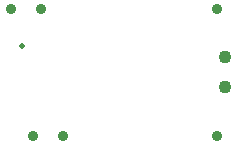
<source format=gbr>
%TF.GenerationSoftware,Novarm,DipTrace,3.0.0.1*%
%TF.CreationDate,2016-04-16T08:32:17+09:00*%
%FSLAX26Y26*%
%MOIN*%
%TF.FileFunction,Plated,1,2,PTH,Drill*%
%TF.Part,Single*%
%TA.AperFunction,ViaDrill*%
%ADD28C,0.019016*%
%TA.AperFunction,ComponentDrill*%
%ADD29C,0.035433*%
%ADD30C,0.043307*%
G75*
G01*
D29*
X412500Y-212500D3*
X512500D3*
X437500Y212500D3*
X337500D3*
D30*
X1050000Y50000D3*
Y-50000D3*
D28*
X375000Y87500D3*
D29*
X1025000Y212500D3*
Y-212500D3*
M02*

</source>
